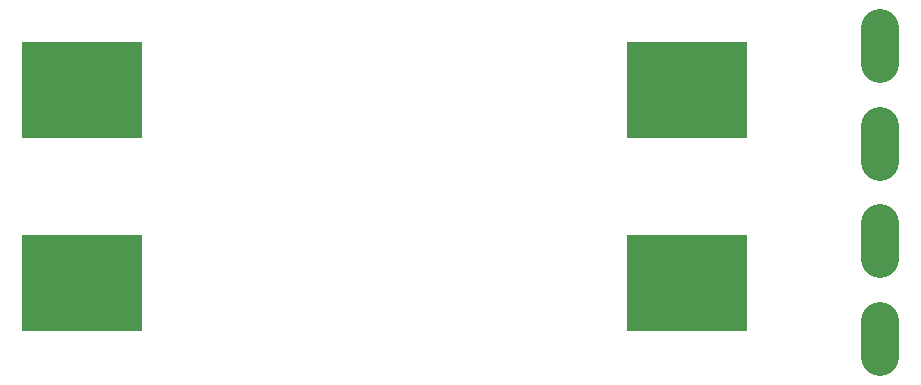
<source format=gbr>
G04 EAGLE Gerber RS-274X export*
G75*
%MOMM*%
%FSLAX34Y34*%
%LPD*%
%INSoldermask Top*%
%IPPOS*%
%AMOC8*
5,1,8,0,0,1.08239X$1,22.5*%
G01*
%ADD10C,3.251200*%
%ADD11R,10.203200X8.203200*%


D10*
X937400Y236500D02*
X937400Y206020D01*
X937400Y288520D02*
X937400Y319000D01*
X937400Y371020D02*
X937400Y401500D01*
X937400Y453570D02*
X937400Y484050D01*
D11*
X261900Y268600D03*
X261900Y431600D03*
X773900Y268600D03*
X773900Y431600D03*
M02*

</source>
